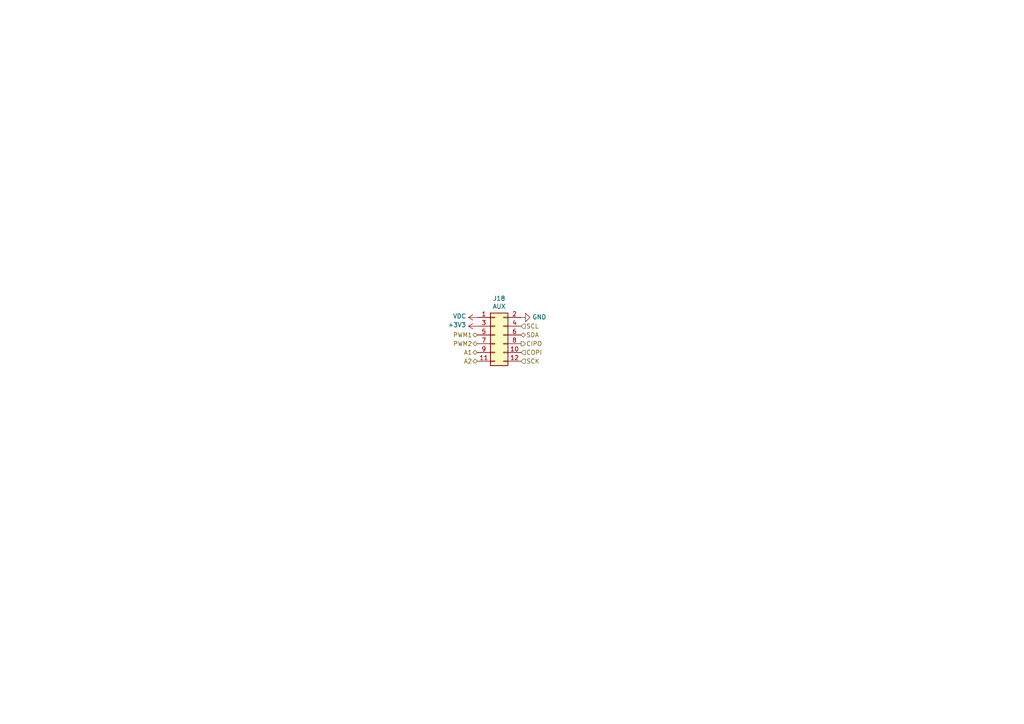
<source format=kicad_sch>
(kicad_sch (version 20231120) (generator "eeschema") (generator_version "8.0")
  (paper "A4")
  (title_block (title "LumenPnP Motherboard") (date "2022-03-29") (company "Opulo"))
  (lib_symbols
    (symbol "Connector_Generic:Conn_02x06_Odd_Even" (pin_names (offset 1.016) hide)
      (property "Reference" "J" (at 1.27 7.62 0))
      (property "Value" "Conn_02x06_Odd_Even" (at 1.27 -10.16 0))
      (symbol "Conn_02x06_Odd_Even_1_1"
        (rectangle (start -1.27 -7.493) (end 0 -7.747) (stroke (width 0.1524)))
        (rectangle (start -1.27 -4.953) (end 0 -5.207) (stroke (width 0.1524)))
        (rectangle (start -1.27 -2.413) (end 0 -2.667) (stroke (width 0.1524)))
        (rectangle (start -1.27 0.127) (end 0 -0.127) (stroke (width 0.1524)))
        (rectangle (start -1.27 2.667) (end 0 2.413) (stroke (width 0.1524)))
        (rectangle (start -1.27 5.207) (end 0 4.953) (stroke (width 0.1524)))
        (rectangle (start -1.27 6.35) (end 3.81 -8.89) (stroke (width 0.254)) (fill (type background)))
        (rectangle (start 3.81 -7.493) (end 2.54 -7.747) (stroke (width 0.1524)))
        (rectangle (start 3.81 -4.953) (end 2.54 -5.207) (stroke (width 0.1524)))
        (rectangle (start 3.81 -2.413) (end 2.54 -2.667) (stroke (width 0.1524)))
        (rectangle (start 3.81 0.127) (end 2.54 -0.127) (stroke (width 0.1524)))
        (rectangle (start 3.81 2.667) (end 2.54 2.413) (stroke (width 0.1524)))
        (rectangle (start 3.81 5.207) (end 2.54 4.953) (stroke (width 0.1524)))
        (pin passive line (at -5.08 5.08 0) (length 3.81) (name "Pin_1") (number "1"))
        (pin passive line (at 7.62 -5.08 180) (length 3.81) (name "Pin_10") (number "10"))
        (pin passive line (at -5.08 -7.62 0) (length 3.81) (name "Pin_11") (number "11"))
        (pin passive line (at 7.62 -7.62 180) (length 3.81) (name "Pin_12") (number "12"))
        (pin passive line (at 7.62 5.08 180) (length 3.81) (name "Pin_2") (number "2"))
        (pin passive line (at -5.08 2.54 0) (length 3.81) (name "Pin_3") (number "3"))
        (pin passive line (at 7.62 2.54 180) (length 3.81) (name "Pin_4") (number "4"))
        (pin passive line (at -5.08 0 0) (length 3.81) (name "Pin_5") (number "5"))
        (pin passive line (at 7.62 0 180) (length 3.81) (name "Pin_6") (number "6"))
        (pin passive line (at -5.08 -2.54 0) (length 3.81) (name "Pin_7") (number "7"))
        (pin passive line (at 7.62 -2.54 180) (length 3.81) (name "Pin_8") (number "8"))
        (pin passive line (at -5.08 -5.08 0) (length 3.81) (name "Pin_9") (number "9"))
      )
    )
    (symbol "power:+3.3V" (power) (pin_names (offset 0))
      (property "Value" "+3.3V" (at 0 3.556 0))
      (symbol "+3.3V_0_1"
        (polyline (pts (xy -0.762 1.27) (xy 0 2.54)))
        (polyline (pts (xy 0 0) (xy 0 2.54)))
        (polyline (pts (xy 0 2.54) (xy 0.762 1.27)))
      )
      (symbol "+3.3V_1_1"
        (pin power_in line (at 0 0 90) (length 0) hide (name "+3V3") (number "1"))
      )
    )
    (symbol "power:GND" (power) (pin_names (offset 0))
      (property "Value" "GND" (at 0 -3.81 0))
      (symbol "GND_0_1"
        (polyline (pts (xy 0 0) (xy 0 -1.27) (xy 1.27 -1.27) (xy 0 -2.54) (xy -1.27 -1.27) (xy 0 -1.27)))
      )
      (symbol "GND_1_1"
        (pin power_in line (at 0 0 270) (length 0) hide (name "GND") (number "1"))
      )
    )
    (symbol "power:VDC" (power) (pin_names (offset 0))
      (property "Value" "VDC" (at 0 6.35 0))
      (symbol "VDC_0_1"
        (polyline (pts (xy -0.762 1.27) (xy 0 2.54)))
        (polyline (pts (xy 0 0) (xy 0 2.54)))
        (polyline (pts (xy 0 2.54) (xy 0.762 1.27)))
      )
      (symbol "VDC_1_1"
        (pin power_in line (at 0 0 90) (length 0) hide (name "VDC") (number "1"))
      )
    )
  )
  (hierarchical_label "PWM1" (shape bidirectional) (at 138.43 97.155 180))
  (hierarchical_label "A2" (shape bidirectional) (at 138.43 104.775 180))
  (hierarchical_label "COPI" (shape input) (at 151.13 102.235 0))
  (hierarchical_label "A1" (shape bidirectional) (at 138.43 102.235 180))
  (hierarchical_label "CIPO" (shape output) (at 151.13 99.695 0))
  (hierarchical_label "PWM2" (shape bidirectional) (at 138.43 99.695 180))
  (hierarchical_label "SCL" (shape input) (at 151.13 94.615 0))
  (hierarchical_label "SCK" (shape input) (at 151.13 104.775 0))
  (hierarchical_label "SDA" (shape bidirectional) (at 151.13 97.155 0))
  (symbol (lib_id "power:GND") (at 151.13 92.075 90) (unit 1)
    (property "Reference" "#PWR0232" (effects (hide yes)))
    (property "Value" "GND" (at 154.3812 91.948 90) (effects (justify right)))
    (instances (project "mobo" (path "" (reference "#PWR0232") (unit 1)) (path "" (reference "#PWR0238") (unit 1)) (path "" (reference "#PWR0235") (unit 1))))
  )
  (symbol (lib_id "power:VDC") (at 138.43 92.075 90) (unit 1)
    (property "Reference" "#PWR0230" (effects (hide yes)))
    (property "Value" "VDC" (at 135.2042 91.694 90) (effects (justify left)))
    (instances (project "mobo" (path "" (reference "#PWR0230") (unit 1)) (path "" (reference "#PWR0236") (unit 1)) (path "" (reference "#PWR0233") (unit 1))))
  )
  (symbol (lib_id "Connector_Generic:Conn_02x06_Odd_Even") (at 143.51 97.155 0) (unit 1)
    (property "Reference" "J18" (at 144.78 86.5632 0))
    (property "Value" "AUX" (at 144.78 88.8746 0))
    (property "Footprint" "Connector_IDC:IDC-Header_2x06_P2.54mm_Vertical" (effects (hide yes)))
    (property "LCSC" "C9136" (effects (hide yes)))
    (instances (project "mobo" (path "" (reference "J18") (unit 1)) (path "" (reference "J20") (unit 1)) (path "" (reference "J19") (unit 1))))
  )
  (symbol (lib_id "power:+3.3V") (at 138.43 94.615 90) (unit 1)
    (property "Reference" "#PWR0231" (effects (hide yes)))
    (property "Value" "+3V3" (at 135.1788 94.234 90) (effects (justify left)))
    (instances (project "mobo" (path "" (reference "#PWR0231") (unit 1)) (path "" (reference "#PWR0237") (unit 1)) (path "" (reference "#PWR0234") (unit 1))))
  )
)
</source>
